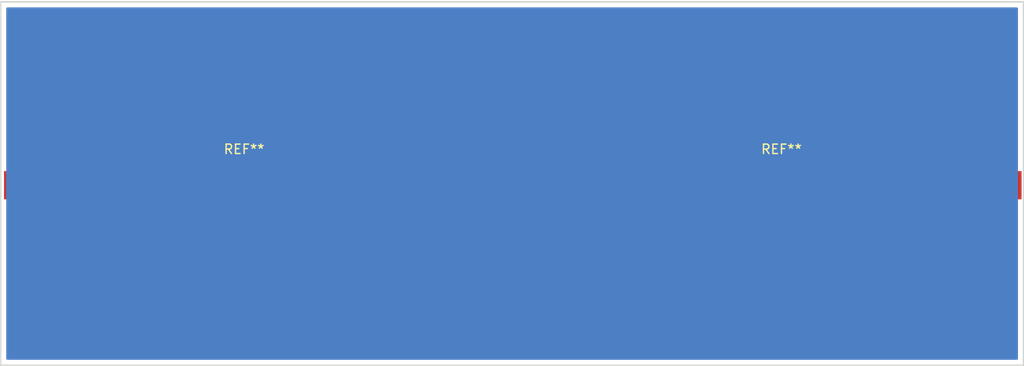
<source format=kicad_pcb>
(kicad_pcb (version 20171130) (host pcbnew "(5.0.2)-1")

  (general
    (thickness 1.6)
    (drawings 4)
    (tracks 0)
    (zones 0)
    (modules 2)
    (nets 1)
  )

  (page A4)
  (layers
    (0 F.Cu signal)
    (31 B.Cu signal)
    (32 B.Adhes user)
    (33 F.Adhes user)
    (34 B.Paste user)
    (35 F.Paste user)
    (36 B.SilkS user)
    (37 F.SilkS user)
    (38 B.Mask user)
    (39 F.Mask user)
    (40 Dwgs.User user)
    (41 Cmts.User user)
    (42 Eco1.User user)
    (43 Eco2.User user)
    (44 Edge.Cuts user)
    (45 Margin user)
    (46 B.CrtYd user)
    (47 F.CrtYd user)
    (48 B.Fab user)
    (49 F.Fab user)
  )

  (setup
    (last_trace_width 0.25)
    (trace_clearance 0.2)
    (zone_clearance 0.508)
    (zone_45_only no)
    (trace_min 0.2)
    (segment_width 0.2)
    (edge_width 0.15)
    (via_size 0.8)
    (via_drill 0.4)
    (via_min_size 0.4)
    (via_min_drill 0.3)
    (uvia_size 0.3)
    (uvia_drill 0.1)
    (uvias_allowed no)
    (uvia_min_size 0.2)
    (uvia_min_drill 0.1)
    (pcb_text_width 0.3)
    (pcb_text_size 1.5 1.5)
    (mod_edge_width 0.15)
    (mod_text_size 1 1)
    (mod_text_width 0.15)
    (pad_size 2.9972 50.8)
    (pad_drill 0)
    (pad_to_mask_clearance 0.051)
    (solder_mask_min_width 0.25)
    (aux_axis_origin 0 0)
    (visible_elements FFFFFF7F)
    (pcbplotparams
      (layerselection 0x010fc_ffffffff)
      (usegerberextensions false)
      (usegerberattributes false)
      (usegerberadvancedattributes false)
      (creategerberjobfile false)
      (excludeedgelayer true)
      (linewidth 0.100000)
      (plotframeref false)
      (viasonmask false)
      (mode 1)
      (useauxorigin false)
      (hpglpennumber 1)
      (hpglpenspeed 20)
      (hpglpendiameter 15.000000)
      (psnegative false)
      (psa4output false)
      (plotreference true)
      (plotvalue true)
      (plotinvisibletext false)
      (padsonsilk false)
      (subtractmaskfromsilk false)
      (outputformat 1)
      (mirror false)
      (drillshape 1)
      (scaleselection 1)
      (outputdirectory ""))
  )

  (net 0 "")

  (net_class Default "This is the default net class."
    (clearance 0.2)
    (trace_width 0.25)
    (via_dia 0.8)
    (via_drill 0.4)
    (uvia_dia 0.3)
    (uvia_drill 0.1)
  )

  (module Wire_Pads:SolderWirePad_single_SMD_5x10mm (layer F.Cu) (tedit 5D1255BA) (tstamp 5D1255C6)
    (at 177.5 71.12)
    (descr "Wire Pad, Square, SMD Pad,  5mm x 10mm,")
    (tags "MesurementPoint Square SMDPad 5mmx10mm ")
    (attr smd)
    (fp_text reference REF** (at 0 -3.81) (layer F.SilkS)
      (effects (font (size 1 1) (thickness 0.15)))
    )
    (fp_text value SolderWirePad_single_SMD_5x10mm (at 0 6.35) (layer F.Fab)
      (effects (font (size 1 1) (thickness 0.15)))
    )
    (fp_line (start -2.75 -5.25) (end -2.75 5.25) (layer F.CrtYd) (width 0.05))
    (fp_line (start -2.75 5.25) (end 2.75 5.25) (layer F.CrtYd) (width 0.05))
    (fp_line (start 2.75 5.25) (end 2.75 -5.25) (layer F.CrtYd) (width 0.05))
    (fp_line (start 2.75 -5.25) (end -2.75 -5.25) (layer F.CrtYd) (width 0.05))
    (pad 1 smd rect (at 0 0 90) (size 2.9972 50.8) (layers F.Cu F.Paste F.Mask))
  )

  (module Wire_Pads:SolderWirePad_single_SMD_5x10mm (layer F.Cu) (tedit 5D1255BA) (tstamp 5D125430)
    (at 120.65 71.12)
    (descr "Wire Pad, Square, SMD Pad,  5mm x 10mm,")
    (tags "MesurementPoint Square SMDPad 5mmx10mm ")
    (attr smd)
    (fp_text reference REF** (at 0 -3.81) (layer F.SilkS)
      (effects (font (size 1 1) (thickness 0.15)))
    )
    (fp_text value SolderWirePad_single_SMD_5x10mm (at 0 6.35) (layer F.Fab)
      (effects (font (size 1 1) (thickness 0.15)))
    )
    (fp_line (start 2.75 -5.25) (end -2.75 -5.25) (layer F.CrtYd) (width 0.05))
    (fp_line (start 2.75 5.25) (end 2.75 -5.25) (layer F.CrtYd) (width 0.05))
    (fp_line (start -2.75 5.25) (end 2.75 5.25) (layer F.CrtYd) (width 0.05))
    (fp_line (start -2.75 -5.25) (end -2.75 5.25) (layer F.CrtYd) (width 0.05))
    (pad 1 smd rect (at 0 0 90) (size 2.9972 50.8) (layers F.Cu F.Paste F.Mask))
  )

  (gr_line (start 94.9 90.2) (end 203.1 90.2) (layer Edge.Cuts) (width 0.15) (tstamp 5D125C70))
  (gr_line (start 203.1 51.7) (end 203.1 90.2) (layer Edge.Cuts) (width 0.15) (tstamp 5D125A21))
  (gr_line (start 94.9 51.7) (end 94.9 90.1) (layer Edge.Cuts) (width 0.15))
  (gr_line (start 94.9 51.7) (end 203.1 51.7) (layer Edge.Cuts) (width 0.15) (tstamp 5D125728))

  (zone (net 0) (net_name "") (layer B.Cu) (tstamp 0) (hatch edge 0.508)
    (connect_pads (clearance 0.508))
    (min_thickness 0.254)
    (fill yes (arc_segments 16) (thermal_gap 0.508) (thermal_bridge_width 0.508))
    (polygon
      (pts
        (xy 94.9 51.7) (xy 203 51.5) (xy 203.1 90.3) (xy 95.1 90.1)
      )
    )
    (filled_polygon
      (pts
        (xy 202.390001 89.49) (xy 95.61 89.49) (xy 95.61 52.41) (xy 202.39 52.41)
      )
    )
  )
)

</source>
